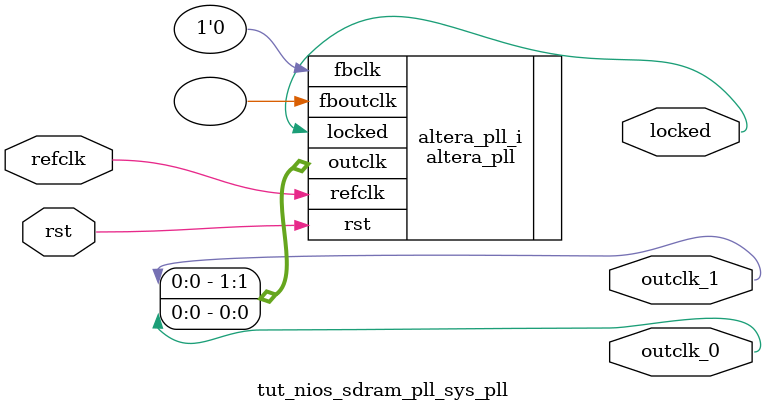
<source format=v>
`timescale 1ns/10ps
module  tut_nios_sdram_pll_sys_pll(

	// interface 'refclk'
	input wire refclk,

	// interface 'reset'
	input wire rst,

	// interface 'outclk0'
	output wire outclk_0,

	// interface 'outclk1'
	output wire outclk_1,

	// interface 'locked'
	output wire locked
);

	altera_pll #(
		.fractional_vco_multiplier("false"),
		.reference_clock_frequency("50.0 MHz"),
		.operation_mode("direct"),
		.number_of_clocks(2),
		.output_clock_frequency0("50.000000 MHz"),
		.phase_shift0("0 ps"),
		.duty_cycle0(50),
		.output_clock_frequency1("50.000000 MHz"),
		.phase_shift1("-3000 ps"),
		.duty_cycle1(50),
		.output_clock_frequency2("0 MHz"),
		.phase_shift2("0 ps"),
		.duty_cycle2(50),
		.output_clock_frequency3("0 MHz"),
		.phase_shift3("0 ps"),
		.duty_cycle3(50),
		.output_clock_frequency4("0 MHz"),
		.phase_shift4("0 ps"),
		.duty_cycle4(50),
		.output_clock_frequency5("0 MHz"),
		.phase_shift5("0 ps"),
		.duty_cycle5(50),
		.output_clock_frequency6("0 MHz"),
		.phase_shift6("0 ps"),
		.duty_cycle6(50),
		.output_clock_frequency7("0 MHz"),
		.phase_shift7("0 ps"),
		.duty_cycle7(50),
		.output_clock_frequency8("0 MHz"),
		.phase_shift8("0 ps"),
		.duty_cycle8(50),
		.output_clock_frequency9("0 MHz"),
		.phase_shift9("0 ps"),
		.duty_cycle9(50),
		.output_clock_frequency10("0 MHz"),
		.phase_shift10("0 ps"),
		.duty_cycle10(50),
		.output_clock_frequency11("0 MHz"),
		.phase_shift11("0 ps"),
		.duty_cycle11(50),
		.output_clock_frequency12("0 MHz"),
		.phase_shift12("0 ps"),
		.duty_cycle12(50),
		.output_clock_frequency13("0 MHz"),
		.phase_shift13("0 ps"),
		.duty_cycle13(50),
		.output_clock_frequency14("0 MHz"),
		.phase_shift14("0 ps"),
		.duty_cycle14(50),
		.output_clock_frequency15("0 MHz"),
		.phase_shift15("0 ps"),
		.duty_cycle15(50),
		.output_clock_frequency16("0 MHz"),
		.phase_shift16("0 ps"),
		.duty_cycle16(50),
		.output_clock_frequency17("0 MHz"),
		.phase_shift17("0 ps"),
		.duty_cycle17(50),
		.pll_type("General"),
		.pll_subtype("General")
	) altera_pll_i (
		.rst	(rst),
		.outclk	({outclk_1, outclk_0}),
		.locked	(locked),
		.fboutclk	( ),
		.fbclk	(1'b0),
		.refclk	(refclk)
	);
endmodule


</source>
